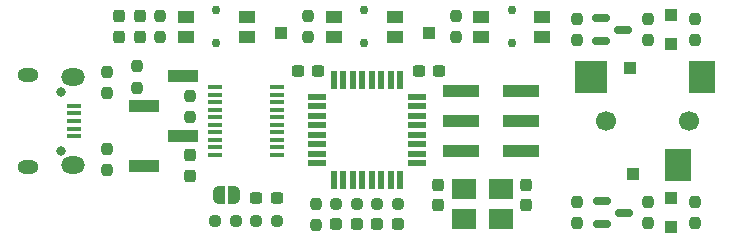
<source format=gbr>
%TF.GenerationSoftware,KiCad,Pcbnew,(6.0.7)*%
%TF.CreationDate,2023-01-18T14:59:31-05:00*%
%TF.ProjectId,microkfd,6d696372-6f6b-4666-942e-6b696361645f,E*%
%TF.SameCoordinates,Original*%
%TF.FileFunction,Soldermask,Top*%
%TF.FilePolarity,Negative*%
%FSLAX46Y46*%
G04 Gerber Fmt 4.6, Leading zero omitted, Abs format (unit mm)*
G04 Created by KiCad (PCBNEW (6.0.7)) date 2023-01-18 14:59:31*
%MOMM*%
%LPD*%
G01*
G04 APERTURE LIST*
G04 Aperture macros list*
%AMRoundRect*
0 Rectangle with rounded corners*
0 $1 Rounding radius*
0 $2 $3 $4 $5 $6 $7 $8 $9 X,Y pos of 4 corners*
0 Add a 4 corners polygon primitive as box body*
4,1,4,$2,$3,$4,$5,$6,$7,$8,$9,$2,$3,0*
0 Add four circle primitives for the rounded corners*
1,1,$1+$1,$2,$3*
1,1,$1+$1,$4,$5*
1,1,$1+$1,$6,$7*
1,1,$1+$1,$8,$9*
0 Add four rect primitives between the rounded corners*
20,1,$1+$1,$2,$3,$4,$5,0*
20,1,$1+$1,$4,$5,$6,$7,0*
20,1,$1+$1,$6,$7,$8,$9,0*
20,1,$1+$1,$8,$9,$2,$3,0*%
%AMFreePoly0*
4,1,22,0.500000,-0.750000,0.000000,-0.750000,0.000000,-0.745033,-0.079941,-0.743568,-0.215256,-0.701293,-0.333266,-0.622738,-0.424486,-0.514219,-0.481581,-0.384460,-0.499164,-0.250000,-0.500000,-0.250000,-0.500000,0.250000,-0.499164,0.250000,-0.499963,0.256109,-0.478152,0.396186,-0.417904,0.524511,-0.324060,0.630769,-0.204165,0.706417,-0.067858,0.745374,0.000000,0.744959,0.000000,0.750000,
0.500000,0.750000,0.500000,-0.750000,0.500000,-0.750000,$1*%
%AMFreePoly1*
4,1,20,0.000000,0.744959,0.073905,0.744508,0.209726,0.703889,0.328688,0.626782,0.421226,0.519385,0.479903,0.390333,0.500000,0.250000,0.500000,-0.250000,0.499851,-0.262216,0.476331,-0.402017,0.414519,-0.529596,0.319384,-0.634700,0.198574,-0.708877,0.061801,-0.746166,0.000000,-0.745033,0.000000,-0.750000,-0.500000,-0.750000,-0.500000,0.750000,0.000000,0.750000,0.000000,0.744959,
0.000000,0.744959,$1*%
G04 Aperture macros list end*
%ADD10RoundRect,0.237500X0.287500X0.237500X-0.287500X0.237500X-0.287500X-0.237500X0.287500X-0.237500X0*%
%ADD11RoundRect,0.150000X-0.587500X-0.150000X0.587500X-0.150000X0.587500X0.150000X-0.587500X0.150000X0*%
%ADD12RoundRect,0.237500X0.237500X-0.300000X0.237500X0.300000X-0.237500X0.300000X-0.237500X-0.300000X0*%
%ADD13R,1.200000X0.400000*%
%ADD14RoundRect,0.237500X0.237500X-0.250000X0.237500X0.250000X-0.237500X0.250000X-0.237500X-0.250000X0*%
%ADD15RoundRect,0.237500X-0.250000X-0.237500X0.250000X-0.237500X0.250000X0.237500X-0.250000X0.237500X0*%
%ADD16RoundRect,0.237500X-0.237500X0.250000X-0.237500X-0.250000X0.237500X-0.250000X0.237500X0.250000X0*%
%ADD17RoundRect,0.237500X-0.300000X-0.237500X0.300000X-0.237500X0.300000X0.237500X-0.300000X0.237500X0*%
%ADD18R,1.000000X1.000000*%
%ADD19RoundRect,0.237500X-0.237500X0.300000X-0.237500X-0.300000X0.237500X-0.300000X0.237500X0.300000X0*%
%ADD20R,2.510000X1.000000*%
%ADD21R,2.100000X1.800000*%
%ADD22C,1.700000*%
%ADD23R,2.200000X2.800000*%
%ADD24R,2.800000X2.800000*%
%ADD25RoundRect,0.237500X0.300000X0.237500X-0.300000X0.237500X-0.300000X-0.237500X0.300000X-0.237500X0*%
%ADD26R,0.550000X1.600000*%
%ADD27R,1.600000X0.550000*%
%ADD28O,0.800000X0.800000*%
%ADD29R,1.300000X0.450000*%
%ADD30O,2.000000X1.450000*%
%ADD31O,1.800000X1.150000*%
%ADD32FreePoly0,0.000000*%
%ADD33FreePoly1,0.000000*%
%ADD34C,0.750000*%
%ADD35R,1.450000X1.000000*%
%ADD36R,3.150000X1.000000*%
G04 APERTURE END LIST*
D10*
%TO.C,D2*%
X127875000Y-108750000D03*
X126125000Y-108750000D03*
%TD*%
D11*
%TO.C,Q2*%
X145125000Y-106800000D03*
X145125000Y-108700000D03*
X147000000Y-107750000D03*
%TD*%
D12*
%TO.C,C10*%
X138750000Y-107112500D03*
X138750000Y-105387500D03*
%TD*%
D13*
%TO.C,U1*%
X117600000Y-102857500D03*
X117600000Y-102222500D03*
X117600000Y-101587500D03*
X117600000Y-100952500D03*
X117600000Y-100317500D03*
X117600000Y-99682500D03*
X117600000Y-99047500D03*
X117600000Y-98412500D03*
X117600000Y-97777500D03*
X117600000Y-97142500D03*
X112400000Y-97142500D03*
X112400000Y-97777500D03*
X112400000Y-98412500D03*
X112400000Y-99047500D03*
X112400000Y-99682500D03*
X112400000Y-100317500D03*
X112400000Y-100952500D03*
X112400000Y-101587500D03*
X112400000Y-102222500D03*
X112400000Y-102857500D03*
%TD*%
D14*
%TO.C,R5*%
X105750000Y-97162500D03*
X105750000Y-95337500D03*
%TD*%
D15*
%TO.C,R7*%
X115837500Y-108500000D03*
X117662500Y-108500000D03*
%TD*%
D16*
%TO.C,R16*%
X120250000Y-91087500D03*
X120250000Y-92912500D03*
%TD*%
D17*
%TO.C,C7*%
X119387500Y-95750000D03*
X121112500Y-95750000D03*
%TD*%
D18*
%TO.C,TP5*%
X147500000Y-95500000D03*
%TD*%
D16*
%TO.C,R4*%
X110250000Y-97837500D03*
X110250000Y-99662500D03*
%TD*%
%TO.C,R13*%
X143000000Y-106837500D03*
X143000000Y-108662500D03*
%TD*%
D18*
%TO.C,TP6*%
X147750000Y-104500000D03*
%TD*%
D15*
%TO.C,R9*%
X126087500Y-107000000D03*
X127912500Y-107000000D03*
%TD*%
D19*
%TO.C,C5*%
X110250000Y-102887500D03*
X110250000Y-104612500D03*
%TD*%
D16*
%TO.C,R2*%
X103250000Y-102337500D03*
X103250000Y-104162500D03*
%TD*%
D18*
%TO.C,TP4*%
X130500000Y-92500000D03*
%TD*%
D20*
%TO.C,J3*%
X106345000Y-103810000D03*
X109655000Y-101270000D03*
X106345000Y-98730000D03*
X109655000Y-96190000D03*
%TD*%
D21*
%TO.C,Y1*%
X133450000Y-108250000D03*
X136550000Y-108250000D03*
X136550000Y-105750000D03*
X133450000Y-105750000D03*
%TD*%
D22*
%TO.C,J4*%
X145500000Y-100000000D03*
X152500000Y-100000000D03*
D23*
X151600000Y-103700000D03*
X153600000Y-96300000D03*
D24*
X144200000Y-96300000D03*
%TD*%
D10*
%TO.C,D1*%
X124375000Y-108750000D03*
X122625000Y-108750000D03*
%TD*%
D25*
%TO.C,C8*%
X131362500Y-95750000D03*
X129637500Y-95750000D03*
%TD*%
D26*
%TO.C,U2*%
X122450000Y-105000000D03*
X123250000Y-105000000D03*
X124050000Y-105000000D03*
X124850000Y-105000000D03*
X125650000Y-105000000D03*
X126450000Y-105000000D03*
X127250000Y-105000000D03*
X128050000Y-105000000D03*
D27*
X129500000Y-103550000D03*
X129500000Y-102750000D03*
X129500000Y-101950000D03*
X129500000Y-101150000D03*
X129500000Y-100350000D03*
X129500000Y-99550000D03*
X129500000Y-98750000D03*
X129500000Y-97950000D03*
D26*
X128050000Y-96500000D03*
X127250000Y-96500000D03*
X126450000Y-96500000D03*
X125650000Y-96500000D03*
X124850000Y-96500000D03*
X124050000Y-96500000D03*
X123250000Y-96500000D03*
X122450000Y-96500000D03*
D27*
X121000000Y-97950000D03*
X121000000Y-98750000D03*
X121000000Y-99550000D03*
X121000000Y-100350000D03*
X121000000Y-101150000D03*
X121000000Y-101950000D03*
X121000000Y-102750000D03*
X121000000Y-103550000D03*
%TD*%
D12*
%TO.C,C2*%
X106000000Y-92862500D03*
X106000000Y-91137500D03*
%TD*%
D28*
%TO.C,J1*%
X99300000Y-102500000D03*
X99300000Y-97500000D03*
D29*
X100400000Y-98700000D03*
X100400000Y-99350000D03*
X100400000Y-100000000D03*
X100400000Y-100650000D03*
X100400000Y-101300000D03*
D30*
X100350000Y-96275000D03*
D31*
X96550000Y-103875000D03*
D30*
X100350000Y-103725000D03*
D31*
X96550000Y-96125000D03*
%TD*%
D16*
%TO.C,R14*%
X149000000Y-91337500D03*
X149000000Y-93162500D03*
%TD*%
D18*
%TO.C,TP3*%
X118000000Y-92500000D03*
%TD*%
D32*
%TO.C,JP1*%
X112700000Y-106250000D03*
D33*
X114000000Y-106250000D03*
%TD*%
D34*
%TO.C,SW1*%
X137500000Y-90625000D03*
X137500000Y-93375000D03*
D35*
X134925000Y-91150000D03*
X140075000Y-91150000D03*
X134925000Y-92850000D03*
X140075000Y-92850000D03*
%TD*%
D12*
%TO.C,C4*%
X104250000Y-92862500D03*
X104250000Y-91137500D03*
%TD*%
D15*
%TO.C,R8*%
X122587500Y-107000000D03*
X124412500Y-107000000D03*
%TD*%
D16*
%TO.C,R3*%
X120900000Y-106987500D03*
X120900000Y-108812500D03*
%TD*%
D15*
%TO.C,R6*%
X112337500Y-108500000D03*
X114162500Y-108500000D03*
%TD*%
D18*
%TO.C,D3*%
X151000000Y-91000000D03*
X151000000Y-93500000D03*
%TD*%
D19*
%TO.C,C9*%
X131250000Y-105387500D03*
X131250000Y-107112500D03*
%TD*%
D16*
%TO.C,R10*%
X132750000Y-91087500D03*
X132750000Y-92912500D03*
%TD*%
D34*
%TO.C,SW3*%
X125000000Y-90625000D03*
X125000000Y-93375000D03*
D35*
X122425000Y-91150000D03*
X127575000Y-91150000D03*
X122425000Y-92850000D03*
X127575000Y-92850000D03*
%TD*%
D14*
%TO.C,R15*%
X149000000Y-108662500D03*
X149000000Y-106837500D03*
%TD*%
%TO.C,R1*%
X103250000Y-97662500D03*
X103250000Y-95837500D03*
%TD*%
D36*
%TO.C,J2*%
X133225000Y-97460000D03*
X138275000Y-97460000D03*
X133225000Y-100000000D03*
X138275000Y-100000000D03*
X133225000Y-102540000D03*
X138275000Y-102540000D03*
%TD*%
D16*
%TO.C,R11*%
X107750000Y-91087500D03*
X107750000Y-92912500D03*
%TD*%
%TO.C,R12*%
X143000000Y-91337500D03*
X143000000Y-93162500D03*
%TD*%
D14*
%TO.C,R17*%
X153000000Y-93162500D03*
X153000000Y-91337500D03*
%TD*%
D18*
%TO.C,D4*%
X151000000Y-109000000D03*
X151000000Y-106500000D03*
%TD*%
D16*
%TO.C,R18*%
X153000000Y-106837500D03*
X153000000Y-108662500D03*
%TD*%
D34*
%TO.C,SW2*%
X112500000Y-93375000D03*
X112500000Y-90625000D03*
D35*
X109925000Y-91150000D03*
X115075000Y-91150000D03*
X115075000Y-92850000D03*
X109925000Y-92850000D03*
%TD*%
D17*
%TO.C,C6*%
X115887500Y-106500000D03*
X117612500Y-106500000D03*
%TD*%
D11*
%TO.C,Q1*%
X145062500Y-91300000D03*
X145062500Y-93200000D03*
X146937500Y-92250000D03*
%TD*%
M02*

</source>
